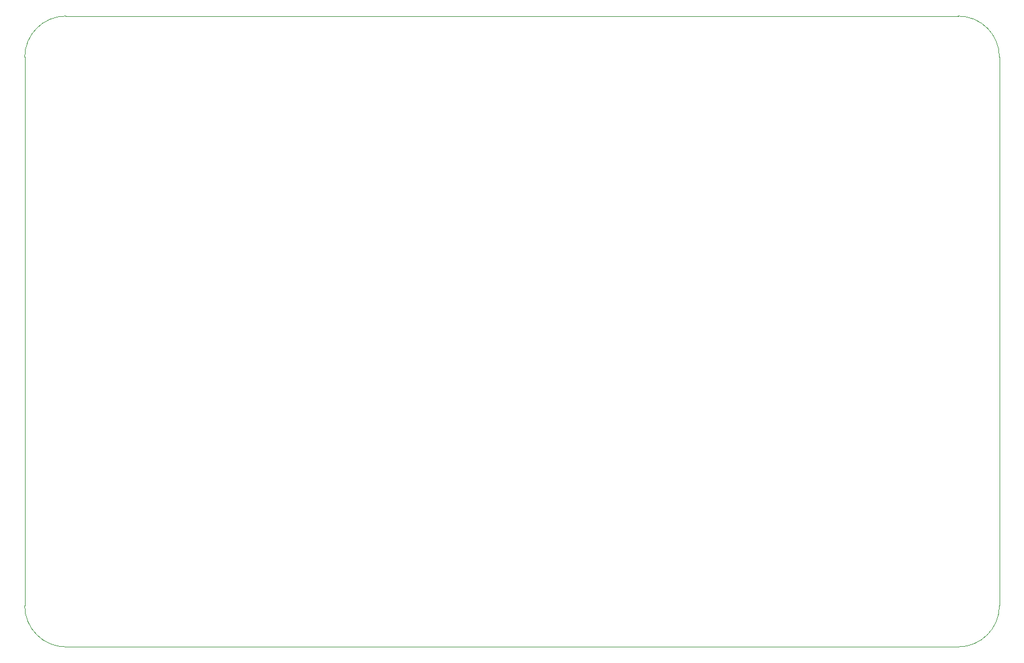
<source format=gbr>
G04 (created by PCBNEW (2013-07-07 BZR 4022)-stable) date 07/05/2015 17:00:17*
%MOIN*%
G04 Gerber Fmt 3.4, Leading zero omitted, Abs format*
%FSLAX34Y34*%
G01*
G70*
G90*
G04 APERTURE LIST*
%ADD10C,0.00590551*%
%ADD11C,0.00393701*%
G04 APERTURE END LIST*
G54D10*
G54D11*
X2317Y8370D02*
X2317Y-23125D01*
X4679Y10732D02*
X55860Y10732D01*
X58222Y-23125D02*
X58222Y8370D01*
X4679Y-25487D02*
X55860Y-25487D01*
X2317Y-23125D02*
G75*
G03X4679Y-25487I2362J0D01*
G74*
G01*
X55860Y-25487D02*
G75*
G03X58222Y-23125I0J2362D01*
G74*
G01*
X58222Y8370D02*
G75*
G03X55860Y10732I-2362J0D01*
G74*
G01*
X4679Y10732D02*
G75*
G03X2317Y8370I0J-2362D01*
G74*
G01*
M02*

</source>
